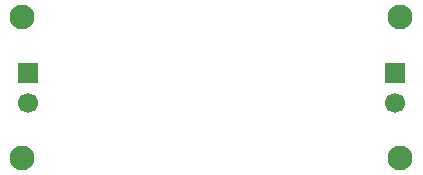
<source format=gbr>
%TF.GenerationSoftware,KiCad,Pcbnew,9.0.4*%
%TF.CreationDate,2025-10-07T06:11:54+05:30*%
%TF.ProjectId,Project6,50726f6a-6563-4743-962e-6b696361645f,rev?*%
%TF.SameCoordinates,Original*%
%TF.FileFunction,Soldermask,Bot*%
%TF.FilePolarity,Negative*%
%FSLAX46Y46*%
G04 Gerber Fmt 4.6, Leading zero omitted, Abs format (unit mm)*
G04 Created by KiCad (PCBNEW 9.0.4) date 2025-10-07 06:11:54*
%MOMM*%
%LPD*%
G01*
G04 APERTURE LIST*
%ADD10C,2.100000*%
%ADD11R,1.700000X1.700000*%
%ADD12C,1.700000*%
G04 APERTURE END LIST*
D10*
%TO.C,H4*%
X135500000Y-89500000D03*
%TD*%
%TO.C,H3*%
X135500000Y-77500000D03*
%TD*%
%TO.C,H2*%
X103500000Y-89500000D03*
%TD*%
%TO.C,H1*%
X103500000Y-77500000D03*
%TD*%
D11*
%TO.C,Vout*%
X135000000Y-82225000D03*
D12*
X135000000Y-84765000D03*
%TD*%
D11*
%TO.C,Vin*%
X104000000Y-82225000D03*
D12*
X104000000Y-84765000D03*
%TD*%
M02*

</source>
